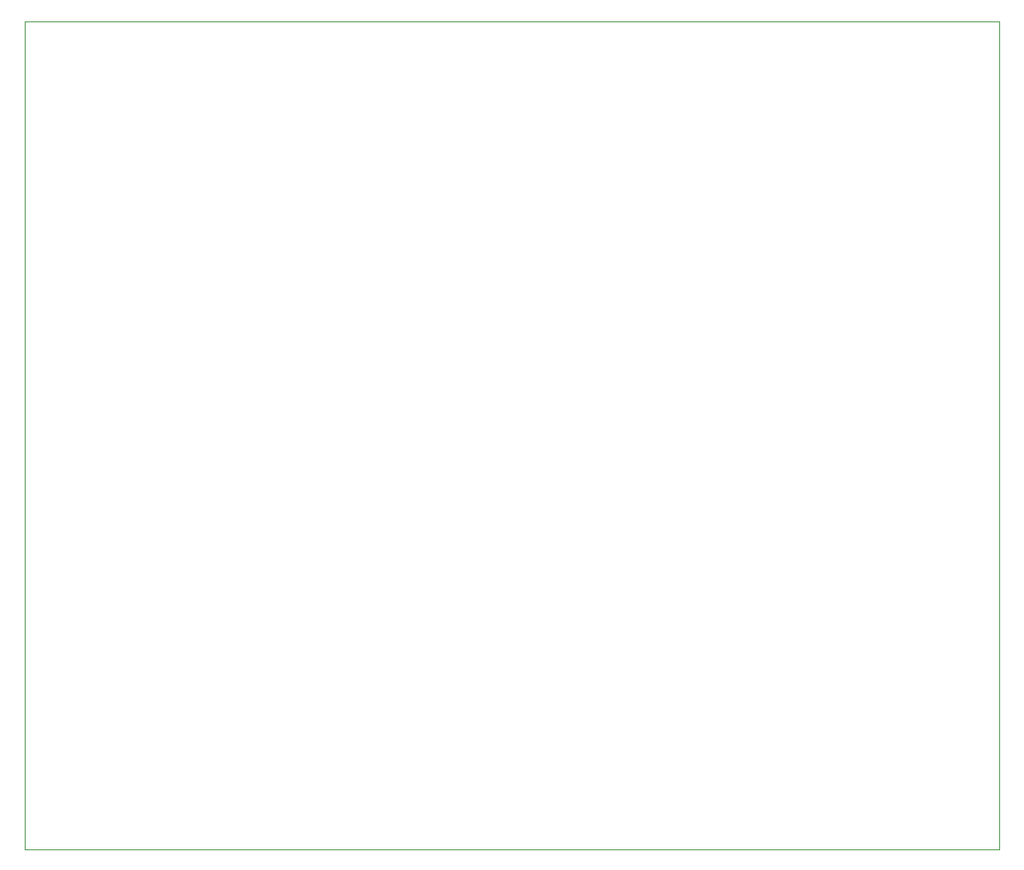
<source format=gbr>
%TF.GenerationSoftware,KiCad,Pcbnew,8.0.8*%
%TF.CreationDate,2025-01-28T10:27:55+01:00*%
%TF.ProjectId,PoolClock,506f6f6c-436c-46f6-936b-2e6b69636164,1.0*%
%TF.SameCoordinates,Original*%
%TF.FileFunction,Profile,NP*%
%FSLAX46Y46*%
G04 Gerber Fmt 4.6, Leading zero omitted, Abs format (unit mm)*
G04 Created by KiCad (PCBNEW 8.0.8) date 2025-01-28 10:27:55*
%MOMM*%
%LPD*%
G01*
G04 APERTURE LIST*
%TA.AperFunction,Profile*%
%ADD10C,0.050000*%
%TD*%
G04 APERTURE END LIST*
D10*
X75500000Y-55000000D02*
X175500000Y-55000000D01*
X175500000Y-140000000D01*
X75500000Y-140000000D01*
X75500000Y-55000000D01*
M02*

</source>
